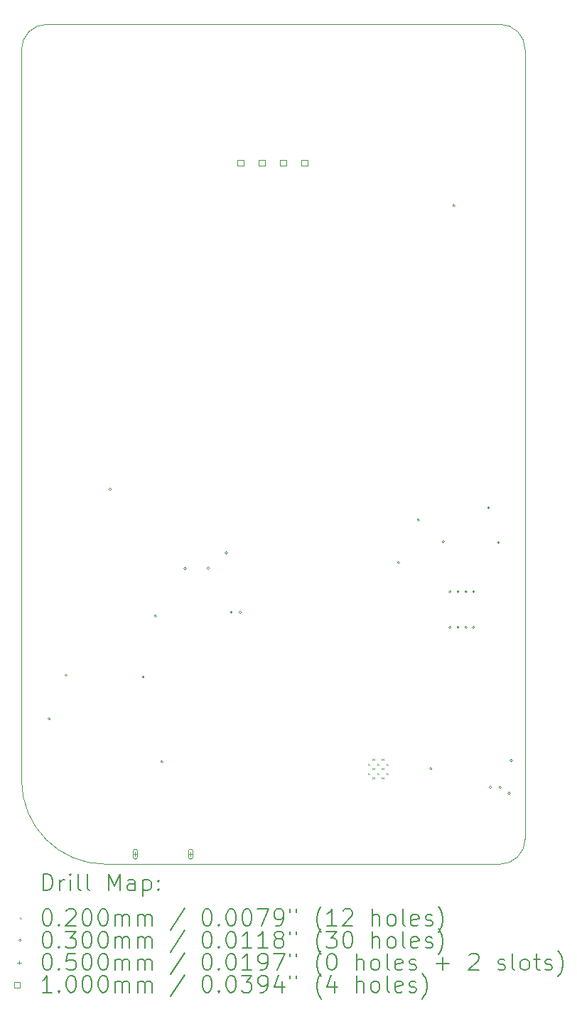
<source format=gbr>
%TF.GenerationSoftware,KiCad,Pcbnew,8.0.3-8.0.3-0~ubuntu22.04.1*%
%TF.CreationDate,2024-07-31T00:50:21+02:00*%
%TF.ProjectId,defcon32_badge,64656663-6f6e-4333-925f-62616467652e,rev?*%
%TF.SameCoordinates,Original*%
%TF.FileFunction,Drillmap*%
%TF.FilePolarity,Positive*%
%FSLAX45Y45*%
G04 Gerber Fmt 4.5, Leading zero omitted, Abs format (unit mm)*
G04 Created by KiCad (PCBNEW 8.0.3-8.0.3-0~ubuntu22.04.1) date 2024-07-31 00:50:21*
%MOMM*%
%LPD*%
G01*
G04 APERTURE LIST*
%ADD10C,0.050000*%
%ADD11C,0.200000*%
%ADD12C,0.100000*%
G04 APERTURE END LIST*
D10*
X11000000Y-16000000D02*
X15700000Y-16000000D01*
X16000000Y-6300000D02*
X16000000Y-15700000D01*
X10300000Y-6000000D02*
X15700000Y-6000000D01*
X10000000Y-6300000D02*
G75*
G02*
X10300000Y-6000000I300000J0D01*
G01*
X10000000Y-6300000D02*
X10000000Y-15000000D01*
X16000000Y-15700000D02*
G75*
G02*
X15700000Y-16000000I-300000J0D01*
G01*
X11000000Y-16000000D02*
G75*
G02*
X10000000Y-15000000I0J1000000D01*
G01*
X15700000Y-6000000D02*
G75*
G02*
X16000000Y-6300000I0J-300000D01*
G01*
D11*
D12*
X14129000Y-14800000D02*
X14149000Y-14820000D01*
X14149000Y-14800000D02*
X14129000Y-14820000D01*
X14129000Y-14910000D02*
X14149000Y-14930000D01*
X14149000Y-14910000D02*
X14129000Y-14930000D01*
X14184000Y-14745000D02*
X14204000Y-14765000D01*
X14204000Y-14745000D02*
X14184000Y-14765000D01*
X14184000Y-14855000D02*
X14204000Y-14875000D01*
X14204000Y-14855000D02*
X14184000Y-14875000D01*
X14184000Y-14965000D02*
X14204000Y-14985000D01*
X14204000Y-14965000D02*
X14184000Y-14985000D01*
X14239000Y-14800000D02*
X14259000Y-14820000D01*
X14259000Y-14800000D02*
X14239000Y-14820000D01*
X14239000Y-14910000D02*
X14259000Y-14930000D01*
X14259000Y-14910000D02*
X14239000Y-14930000D01*
X14294000Y-14745000D02*
X14314000Y-14765000D01*
X14314000Y-14745000D02*
X14294000Y-14765000D01*
X14294000Y-14855000D02*
X14314000Y-14875000D01*
X14314000Y-14855000D02*
X14294000Y-14875000D01*
X14294000Y-14965000D02*
X14314000Y-14985000D01*
X14314000Y-14965000D02*
X14294000Y-14985000D01*
X14349000Y-14800000D02*
X14369000Y-14820000D01*
X14369000Y-14800000D02*
X14349000Y-14820000D01*
X14349000Y-14910000D02*
X14369000Y-14930000D01*
X14369000Y-14910000D02*
X14349000Y-14930000D01*
X10345000Y-14270000D02*
G75*
G02*
X10315000Y-14270000I-15000J0D01*
G01*
X10315000Y-14270000D02*
G75*
G02*
X10345000Y-14270000I15000J0D01*
G01*
X10545000Y-13750000D02*
G75*
G02*
X10515000Y-13750000I-15000J0D01*
G01*
X10515000Y-13750000D02*
G75*
G02*
X10545000Y-13750000I15000J0D01*
G01*
X11070000Y-11535000D02*
G75*
G02*
X11040000Y-11535000I-15000J0D01*
G01*
X11040000Y-11535000D02*
G75*
G02*
X11070000Y-11535000I15000J0D01*
G01*
X11465000Y-13770000D02*
G75*
G02*
X11435000Y-13770000I-15000J0D01*
G01*
X11435000Y-13770000D02*
G75*
G02*
X11465000Y-13770000I15000J0D01*
G01*
X11610000Y-13045000D02*
G75*
G02*
X11580000Y-13045000I-15000J0D01*
G01*
X11580000Y-13045000D02*
G75*
G02*
X11610000Y-13045000I15000J0D01*
G01*
X11685000Y-14780000D02*
G75*
G02*
X11655000Y-14780000I-15000J0D01*
G01*
X11655000Y-14780000D02*
G75*
G02*
X11685000Y-14780000I15000J0D01*
G01*
X11965000Y-12480000D02*
G75*
G02*
X11935000Y-12480000I-15000J0D01*
G01*
X11935000Y-12480000D02*
G75*
G02*
X11965000Y-12480000I15000J0D01*
G01*
X12240000Y-12475000D02*
G75*
G02*
X12210000Y-12475000I-15000J0D01*
G01*
X12210000Y-12475000D02*
G75*
G02*
X12240000Y-12475000I15000J0D01*
G01*
X12455000Y-12295000D02*
G75*
G02*
X12425000Y-12295000I-15000J0D01*
G01*
X12425000Y-12295000D02*
G75*
G02*
X12455000Y-12295000I15000J0D01*
G01*
X12515000Y-13000000D02*
G75*
G02*
X12485000Y-13000000I-15000J0D01*
G01*
X12485000Y-13000000D02*
G75*
G02*
X12515000Y-13000000I15000J0D01*
G01*
X12620000Y-13000000D02*
G75*
G02*
X12590000Y-13000000I-15000J0D01*
G01*
X12590000Y-13000000D02*
G75*
G02*
X12620000Y-13000000I15000J0D01*
G01*
X14505000Y-12410000D02*
G75*
G02*
X14475000Y-12410000I-15000J0D01*
G01*
X14475000Y-12410000D02*
G75*
G02*
X14505000Y-12410000I15000J0D01*
G01*
X14742500Y-11902500D02*
G75*
G02*
X14712500Y-11902500I-15000J0D01*
G01*
X14712500Y-11902500D02*
G75*
G02*
X14742500Y-11902500I15000J0D01*
G01*
X14890000Y-14860000D02*
G75*
G02*
X14860000Y-14860000I-15000J0D01*
G01*
X14860000Y-14860000D02*
G75*
G02*
X14890000Y-14860000I15000J0D01*
G01*
X15040000Y-12160000D02*
G75*
G02*
X15010000Y-12160000I-15000J0D01*
G01*
X15010000Y-12160000D02*
G75*
G02*
X15040000Y-12160000I15000J0D01*
G01*
X15120000Y-12755000D02*
G75*
G02*
X15090000Y-12755000I-15000J0D01*
G01*
X15090000Y-12755000D02*
G75*
G02*
X15120000Y-12755000I15000J0D01*
G01*
X15120000Y-13180000D02*
G75*
G02*
X15090000Y-13180000I-15000J0D01*
G01*
X15090000Y-13180000D02*
G75*
G02*
X15120000Y-13180000I15000J0D01*
G01*
X15165000Y-8160000D02*
G75*
G02*
X15135000Y-8160000I-15000J0D01*
G01*
X15135000Y-8160000D02*
G75*
G02*
X15165000Y-8160000I15000J0D01*
G01*
X15215000Y-12755000D02*
G75*
G02*
X15185000Y-12755000I-15000J0D01*
G01*
X15185000Y-12755000D02*
G75*
G02*
X15215000Y-12755000I15000J0D01*
G01*
X15215000Y-13180000D02*
G75*
G02*
X15185000Y-13180000I-15000J0D01*
G01*
X15185000Y-13180000D02*
G75*
G02*
X15215000Y-13180000I15000J0D01*
G01*
X15310000Y-12755000D02*
G75*
G02*
X15280000Y-12755000I-15000J0D01*
G01*
X15280000Y-12755000D02*
G75*
G02*
X15310000Y-12755000I15000J0D01*
G01*
X15310000Y-13180000D02*
G75*
G02*
X15280000Y-13180000I-15000J0D01*
G01*
X15280000Y-13180000D02*
G75*
G02*
X15310000Y-13180000I15000J0D01*
G01*
X15400000Y-12755000D02*
G75*
G02*
X15370000Y-12755000I-15000J0D01*
G01*
X15370000Y-12755000D02*
G75*
G02*
X15400000Y-12755000I15000J0D01*
G01*
X15400000Y-13180000D02*
G75*
G02*
X15370000Y-13180000I-15000J0D01*
G01*
X15370000Y-13180000D02*
G75*
G02*
X15400000Y-13180000I15000J0D01*
G01*
X15580000Y-11755000D02*
G75*
G02*
X15550000Y-11755000I-15000J0D01*
G01*
X15550000Y-11755000D02*
G75*
G02*
X15580000Y-11755000I15000J0D01*
G01*
X15600000Y-15085000D02*
G75*
G02*
X15570000Y-15085000I-15000J0D01*
G01*
X15570000Y-15085000D02*
G75*
G02*
X15600000Y-15085000I15000J0D01*
G01*
X15697500Y-12170000D02*
G75*
G02*
X15667500Y-12170000I-15000J0D01*
G01*
X15667500Y-12170000D02*
G75*
G02*
X15697500Y-12170000I15000J0D01*
G01*
X15715000Y-15085000D02*
G75*
G02*
X15685000Y-15085000I-15000J0D01*
G01*
X15685000Y-15085000D02*
G75*
G02*
X15715000Y-15085000I15000J0D01*
G01*
X15825000Y-15155000D02*
G75*
G02*
X15795000Y-15155000I-15000J0D01*
G01*
X15795000Y-15155000D02*
G75*
G02*
X15825000Y-15155000I15000J0D01*
G01*
X15850000Y-14765000D02*
G75*
G02*
X15820000Y-14765000I-15000J0D01*
G01*
X15820000Y-14765000D02*
G75*
G02*
X15850000Y-14765000I15000J0D01*
G01*
X11355000Y-15855000D02*
X11355000Y-15905000D01*
X11330000Y-15880000D02*
X11380000Y-15880000D01*
X11380000Y-15915000D02*
X11380000Y-15845000D01*
X11330000Y-15845000D02*
G75*
G02*
X11380000Y-15845000I25000J0D01*
G01*
X11330000Y-15845000D02*
X11330000Y-15915000D01*
X11330000Y-15915000D02*
G75*
G03*
X11380000Y-15915000I25000J0D01*
G01*
X12015000Y-15855000D02*
X12015000Y-15905000D01*
X11990000Y-15880000D02*
X12040000Y-15880000D01*
X12040000Y-15915000D02*
X12040000Y-15845000D01*
X11990000Y-15845000D02*
G75*
G02*
X12040000Y-15845000I25000J0D01*
G01*
X11990000Y-15845000D02*
X11990000Y-15915000D01*
X11990000Y-15915000D02*
G75*
G03*
X12040000Y-15915000I25000J0D01*
G01*
X12645356Y-7682856D02*
X12645356Y-7612144D01*
X12574644Y-7612144D01*
X12574644Y-7682856D01*
X12645356Y-7682856D01*
X12899356Y-7682856D02*
X12899356Y-7612144D01*
X12828644Y-7612144D01*
X12828644Y-7682856D01*
X12899356Y-7682856D01*
X13153356Y-7682856D02*
X13153356Y-7612144D01*
X13082644Y-7612144D01*
X13082644Y-7682856D01*
X13153356Y-7682856D01*
X13407356Y-7682856D02*
X13407356Y-7612144D01*
X13336644Y-7612144D01*
X13336644Y-7682856D01*
X13407356Y-7682856D01*
D11*
X10258277Y-16313984D02*
X10258277Y-16113984D01*
X10258277Y-16113984D02*
X10305896Y-16113984D01*
X10305896Y-16113984D02*
X10334467Y-16123508D01*
X10334467Y-16123508D02*
X10353515Y-16142555D01*
X10353515Y-16142555D02*
X10363039Y-16161603D01*
X10363039Y-16161603D02*
X10372563Y-16199698D01*
X10372563Y-16199698D02*
X10372563Y-16228269D01*
X10372563Y-16228269D02*
X10363039Y-16266365D01*
X10363039Y-16266365D02*
X10353515Y-16285412D01*
X10353515Y-16285412D02*
X10334467Y-16304460D01*
X10334467Y-16304460D02*
X10305896Y-16313984D01*
X10305896Y-16313984D02*
X10258277Y-16313984D01*
X10458277Y-16313984D02*
X10458277Y-16180650D01*
X10458277Y-16218746D02*
X10467801Y-16199698D01*
X10467801Y-16199698D02*
X10477324Y-16190174D01*
X10477324Y-16190174D02*
X10496372Y-16180650D01*
X10496372Y-16180650D02*
X10515420Y-16180650D01*
X10582086Y-16313984D02*
X10582086Y-16180650D01*
X10582086Y-16113984D02*
X10572563Y-16123508D01*
X10572563Y-16123508D02*
X10582086Y-16133031D01*
X10582086Y-16133031D02*
X10591610Y-16123508D01*
X10591610Y-16123508D02*
X10582086Y-16113984D01*
X10582086Y-16113984D02*
X10582086Y-16133031D01*
X10705896Y-16313984D02*
X10686848Y-16304460D01*
X10686848Y-16304460D02*
X10677324Y-16285412D01*
X10677324Y-16285412D02*
X10677324Y-16113984D01*
X10810658Y-16313984D02*
X10791610Y-16304460D01*
X10791610Y-16304460D02*
X10782086Y-16285412D01*
X10782086Y-16285412D02*
X10782086Y-16113984D01*
X11039229Y-16313984D02*
X11039229Y-16113984D01*
X11039229Y-16113984D02*
X11105896Y-16256841D01*
X11105896Y-16256841D02*
X11172563Y-16113984D01*
X11172563Y-16113984D02*
X11172563Y-16313984D01*
X11353515Y-16313984D02*
X11353515Y-16209222D01*
X11353515Y-16209222D02*
X11343991Y-16190174D01*
X11343991Y-16190174D02*
X11324943Y-16180650D01*
X11324943Y-16180650D02*
X11286848Y-16180650D01*
X11286848Y-16180650D02*
X11267801Y-16190174D01*
X11353515Y-16304460D02*
X11334467Y-16313984D01*
X11334467Y-16313984D02*
X11286848Y-16313984D01*
X11286848Y-16313984D02*
X11267801Y-16304460D01*
X11267801Y-16304460D02*
X11258277Y-16285412D01*
X11258277Y-16285412D02*
X11258277Y-16266365D01*
X11258277Y-16266365D02*
X11267801Y-16247317D01*
X11267801Y-16247317D02*
X11286848Y-16237793D01*
X11286848Y-16237793D02*
X11334467Y-16237793D01*
X11334467Y-16237793D02*
X11353515Y-16228269D01*
X11448753Y-16180650D02*
X11448753Y-16380650D01*
X11448753Y-16190174D02*
X11467801Y-16180650D01*
X11467801Y-16180650D02*
X11505896Y-16180650D01*
X11505896Y-16180650D02*
X11524943Y-16190174D01*
X11524943Y-16190174D02*
X11534467Y-16199698D01*
X11534467Y-16199698D02*
X11543991Y-16218746D01*
X11543991Y-16218746D02*
X11543991Y-16275888D01*
X11543991Y-16275888D02*
X11534467Y-16294936D01*
X11534467Y-16294936D02*
X11524943Y-16304460D01*
X11524943Y-16304460D02*
X11505896Y-16313984D01*
X11505896Y-16313984D02*
X11467801Y-16313984D01*
X11467801Y-16313984D02*
X11448753Y-16304460D01*
X11629705Y-16294936D02*
X11639229Y-16304460D01*
X11639229Y-16304460D02*
X11629705Y-16313984D01*
X11629705Y-16313984D02*
X11620182Y-16304460D01*
X11620182Y-16304460D02*
X11629705Y-16294936D01*
X11629705Y-16294936D02*
X11629705Y-16313984D01*
X11629705Y-16190174D02*
X11639229Y-16199698D01*
X11639229Y-16199698D02*
X11629705Y-16209222D01*
X11629705Y-16209222D02*
X11620182Y-16199698D01*
X11620182Y-16199698D02*
X11629705Y-16190174D01*
X11629705Y-16190174D02*
X11629705Y-16209222D01*
D12*
X9977500Y-16632500D02*
X9997500Y-16652500D01*
X9997500Y-16632500D02*
X9977500Y-16652500D01*
D11*
X10296372Y-16533984D02*
X10315420Y-16533984D01*
X10315420Y-16533984D02*
X10334467Y-16543508D01*
X10334467Y-16543508D02*
X10343991Y-16553031D01*
X10343991Y-16553031D02*
X10353515Y-16572079D01*
X10353515Y-16572079D02*
X10363039Y-16610174D01*
X10363039Y-16610174D02*
X10363039Y-16657793D01*
X10363039Y-16657793D02*
X10353515Y-16695888D01*
X10353515Y-16695888D02*
X10343991Y-16714936D01*
X10343991Y-16714936D02*
X10334467Y-16724460D01*
X10334467Y-16724460D02*
X10315420Y-16733984D01*
X10315420Y-16733984D02*
X10296372Y-16733984D01*
X10296372Y-16733984D02*
X10277324Y-16724460D01*
X10277324Y-16724460D02*
X10267801Y-16714936D01*
X10267801Y-16714936D02*
X10258277Y-16695888D01*
X10258277Y-16695888D02*
X10248753Y-16657793D01*
X10248753Y-16657793D02*
X10248753Y-16610174D01*
X10248753Y-16610174D02*
X10258277Y-16572079D01*
X10258277Y-16572079D02*
X10267801Y-16553031D01*
X10267801Y-16553031D02*
X10277324Y-16543508D01*
X10277324Y-16543508D02*
X10296372Y-16533984D01*
X10448753Y-16714936D02*
X10458277Y-16724460D01*
X10458277Y-16724460D02*
X10448753Y-16733984D01*
X10448753Y-16733984D02*
X10439229Y-16724460D01*
X10439229Y-16724460D02*
X10448753Y-16714936D01*
X10448753Y-16714936D02*
X10448753Y-16733984D01*
X10534467Y-16553031D02*
X10543991Y-16543508D01*
X10543991Y-16543508D02*
X10563039Y-16533984D01*
X10563039Y-16533984D02*
X10610658Y-16533984D01*
X10610658Y-16533984D02*
X10629705Y-16543508D01*
X10629705Y-16543508D02*
X10639229Y-16553031D01*
X10639229Y-16553031D02*
X10648753Y-16572079D01*
X10648753Y-16572079D02*
X10648753Y-16591127D01*
X10648753Y-16591127D02*
X10639229Y-16619698D01*
X10639229Y-16619698D02*
X10524944Y-16733984D01*
X10524944Y-16733984D02*
X10648753Y-16733984D01*
X10772563Y-16533984D02*
X10791610Y-16533984D01*
X10791610Y-16533984D02*
X10810658Y-16543508D01*
X10810658Y-16543508D02*
X10820182Y-16553031D01*
X10820182Y-16553031D02*
X10829705Y-16572079D01*
X10829705Y-16572079D02*
X10839229Y-16610174D01*
X10839229Y-16610174D02*
X10839229Y-16657793D01*
X10839229Y-16657793D02*
X10829705Y-16695888D01*
X10829705Y-16695888D02*
X10820182Y-16714936D01*
X10820182Y-16714936D02*
X10810658Y-16724460D01*
X10810658Y-16724460D02*
X10791610Y-16733984D01*
X10791610Y-16733984D02*
X10772563Y-16733984D01*
X10772563Y-16733984D02*
X10753515Y-16724460D01*
X10753515Y-16724460D02*
X10743991Y-16714936D01*
X10743991Y-16714936D02*
X10734467Y-16695888D01*
X10734467Y-16695888D02*
X10724944Y-16657793D01*
X10724944Y-16657793D02*
X10724944Y-16610174D01*
X10724944Y-16610174D02*
X10734467Y-16572079D01*
X10734467Y-16572079D02*
X10743991Y-16553031D01*
X10743991Y-16553031D02*
X10753515Y-16543508D01*
X10753515Y-16543508D02*
X10772563Y-16533984D01*
X10963039Y-16533984D02*
X10982086Y-16533984D01*
X10982086Y-16533984D02*
X11001134Y-16543508D01*
X11001134Y-16543508D02*
X11010658Y-16553031D01*
X11010658Y-16553031D02*
X11020182Y-16572079D01*
X11020182Y-16572079D02*
X11029705Y-16610174D01*
X11029705Y-16610174D02*
X11029705Y-16657793D01*
X11029705Y-16657793D02*
X11020182Y-16695888D01*
X11020182Y-16695888D02*
X11010658Y-16714936D01*
X11010658Y-16714936D02*
X11001134Y-16724460D01*
X11001134Y-16724460D02*
X10982086Y-16733984D01*
X10982086Y-16733984D02*
X10963039Y-16733984D01*
X10963039Y-16733984D02*
X10943991Y-16724460D01*
X10943991Y-16724460D02*
X10934467Y-16714936D01*
X10934467Y-16714936D02*
X10924944Y-16695888D01*
X10924944Y-16695888D02*
X10915420Y-16657793D01*
X10915420Y-16657793D02*
X10915420Y-16610174D01*
X10915420Y-16610174D02*
X10924944Y-16572079D01*
X10924944Y-16572079D02*
X10934467Y-16553031D01*
X10934467Y-16553031D02*
X10943991Y-16543508D01*
X10943991Y-16543508D02*
X10963039Y-16533984D01*
X11115420Y-16733984D02*
X11115420Y-16600650D01*
X11115420Y-16619698D02*
X11124944Y-16610174D01*
X11124944Y-16610174D02*
X11143991Y-16600650D01*
X11143991Y-16600650D02*
X11172563Y-16600650D01*
X11172563Y-16600650D02*
X11191610Y-16610174D01*
X11191610Y-16610174D02*
X11201134Y-16629222D01*
X11201134Y-16629222D02*
X11201134Y-16733984D01*
X11201134Y-16629222D02*
X11210658Y-16610174D01*
X11210658Y-16610174D02*
X11229705Y-16600650D01*
X11229705Y-16600650D02*
X11258277Y-16600650D01*
X11258277Y-16600650D02*
X11277324Y-16610174D01*
X11277324Y-16610174D02*
X11286848Y-16629222D01*
X11286848Y-16629222D02*
X11286848Y-16733984D01*
X11382086Y-16733984D02*
X11382086Y-16600650D01*
X11382086Y-16619698D02*
X11391610Y-16610174D01*
X11391610Y-16610174D02*
X11410658Y-16600650D01*
X11410658Y-16600650D02*
X11439229Y-16600650D01*
X11439229Y-16600650D02*
X11458277Y-16610174D01*
X11458277Y-16610174D02*
X11467801Y-16629222D01*
X11467801Y-16629222D02*
X11467801Y-16733984D01*
X11467801Y-16629222D02*
X11477324Y-16610174D01*
X11477324Y-16610174D02*
X11496372Y-16600650D01*
X11496372Y-16600650D02*
X11524943Y-16600650D01*
X11524943Y-16600650D02*
X11543991Y-16610174D01*
X11543991Y-16610174D02*
X11553515Y-16629222D01*
X11553515Y-16629222D02*
X11553515Y-16733984D01*
X11943991Y-16524460D02*
X11772563Y-16781603D01*
X12201134Y-16533984D02*
X12220182Y-16533984D01*
X12220182Y-16533984D02*
X12239229Y-16543508D01*
X12239229Y-16543508D02*
X12248753Y-16553031D01*
X12248753Y-16553031D02*
X12258277Y-16572079D01*
X12258277Y-16572079D02*
X12267801Y-16610174D01*
X12267801Y-16610174D02*
X12267801Y-16657793D01*
X12267801Y-16657793D02*
X12258277Y-16695888D01*
X12258277Y-16695888D02*
X12248753Y-16714936D01*
X12248753Y-16714936D02*
X12239229Y-16724460D01*
X12239229Y-16724460D02*
X12220182Y-16733984D01*
X12220182Y-16733984D02*
X12201134Y-16733984D01*
X12201134Y-16733984D02*
X12182086Y-16724460D01*
X12182086Y-16724460D02*
X12172563Y-16714936D01*
X12172563Y-16714936D02*
X12163039Y-16695888D01*
X12163039Y-16695888D02*
X12153515Y-16657793D01*
X12153515Y-16657793D02*
X12153515Y-16610174D01*
X12153515Y-16610174D02*
X12163039Y-16572079D01*
X12163039Y-16572079D02*
X12172563Y-16553031D01*
X12172563Y-16553031D02*
X12182086Y-16543508D01*
X12182086Y-16543508D02*
X12201134Y-16533984D01*
X12353515Y-16714936D02*
X12363039Y-16724460D01*
X12363039Y-16724460D02*
X12353515Y-16733984D01*
X12353515Y-16733984D02*
X12343991Y-16724460D01*
X12343991Y-16724460D02*
X12353515Y-16714936D01*
X12353515Y-16714936D02*
X12353515Y-16733984D01*
X12486848Y-16533984D02*
X12505896Y-16533984D01*
X12505896Y-16533984D02*
X12524944Y-16543508D01*
X12524944Y-16543508D02*
X12534467Y-16553031D01*
X12534467Y-16553031D02*
X12543991Y-16572079D01*
X12543991Y-16572079D02*
X12553515Y-16610174D01*
X12553515Y-16610174D02*
X12553515Y-16657793D01*
X12553515Y-16657793D02*
X12543991Y-16695888D01*
X12543991Y-16695888D02*
X12534467Y-16714936D01*
X12534467Y-16714936D02*
X12524944Y-16724460D01*
X12524944Y-16724460D02*
X12505896Y-16733984D01*
X12505896Y-16733984D02*
X12486848Y-16733984D01*
X12486848Y-16733984D02*
X12467801Y-16724460D01*
X12467801Y-16724460D02*
X12458277Y-16714936D01*
X12458277Y-16714936D02*
X12448753Y-16695888D01*
X12448753Y-16695888D02*
X12439229Y-16657793D01*
X12439229Y-16657793D02*
X12439229Y-16610174D01*
X12439229Y-16610174D02*
X12448753Y-16572079D01*
X12448753Y-16572079D02*
X12458277Y-16553031D01*
X12458277Y-16553031D02*
X12467801Y-16543508D01*
X12467801Y-16543508D02*
X12486848Y-16533984D01*
X12677325Y-16533984D02*
X12696372Y-16533984D01*
X12696372Y-16533984D02*
X12715420Y-16543508D01*
X12715420Y-16543508D02*
X12724944Y-16553031D01*
X12724944Y-16553031D02*
X12734467Y-16572079D01*
X12734467Y-16572079D02*
X12743991Y-16610174D01*
X12743991Y-16610174D02*
X12743991Y-16657793D01*
X12743991Y-16657793D02*
X12734467Y-16695888D01*
X12734467Y-16695888D02*
X12724944Y-16714936D01*
X12724944Y-16714936D02*
X12715420Y-16724460D01*
X12715420Y-16724460D02*
X12696372Y-16733984D01*
X12696372Y-16733984D02*
X12677325Y-16733984D01*
X12677325Y-16733984D02*
X12658277Y-16724460D01*
X12658277Y-16724460D02*
X12648753Y-16714936D01*
X12648753Y-16714936D02*
X12639229Y-16695888D01*
X12639229Y-16695888D02*
X12629706Y-16657793D01*
X12629706Y-16657793D02*
X12629706Y-16610174D01*
X12629706Y-16610174D02*
X12639229Y-16572079D01*
X12639229Y-16572079D02*
X12648753Y-16553031D01*
X12648753Y-16553031D02*
X12658277Y-16543508D01*
X12658277Y-16543508D02*
X12677325Y-16533984D01*
X12810658Y-16533984D02*
X12943991Y-16533984D01*
X12943991Y-16533984D02*
X12858277Y-16733984D01*
X13029706Y-16733984D02*
X13067801Y-16733984D01*
X13067801Y-16733984D02*
X13086848Y-16724460D01*
X13086848Y-16724460D02*
X13096372Y-16714936D01*
X13096372Y-16714936D02*
X13115420Y-16686365D01*
X13115420Y-16686365D02*
X13124944Y-16648269D01*
X13124944Y-16648269D02*
X13124944Y-16572079D01*
X13124944Y-16572079D02*
X13115420Y-16553031D01*
X13115420Y-16553031D02*
X13105896Y-16543508D01*
X13105896Y-16543508D02*
X13086848Y-16533984D01*
X13086848Y-16533984D02*
X13048753Y-16533984D01*
X13048753Y-16533984D02*
X13029706Y-16543508D01*
X13029706Y-16543508D02*
X13020182Y-16553031D01*
X13020182Y-16553031D02*
X13010658Y-16572079D01*
X13010658Y-16572079D02*
X13010658Y-16619698D01*
X13010658Y-16619698D02*
X13020182Y-16638746D01*
X13020182Y-16638746D02*
X13029706Y-16648269D01*
X13029706Y-16648269D02*
X13048753Y-16657793D01*
X13048753Y-16657793D02*
X13086848Y-16657793D01*
X13086848Y-16657793D02*
X13105896Y-16648269D01*
X13105896Y-16648269D02*
X13115420Y-16638746D01*
X13115420Y-16638746D02*
X13124944Y-16619698D01*
X13201134Y-16533984D02*
X13201134Y-16572079D01*
X13277325Y-16533984D02*
X13277325Y-16572079D01*
X13572563Y-16810174D02*
X13563039Y-16800650D01*
X13563039Y-16800650D02*
X13543991Y-16772079D01*
X13543991Y-16772079D02*
X13534468Y-16753031D01*
X13534468Y-16753031D02*
X13524944Y-16724460D01*
X13524944Y-16724460D02*
X13515420Y-16676841D01*
X13515420Y-16676841D02*
X13515420Y-16638746D01*
X13515420Y-16638746D02*
X13524944Y-16591127D01*
X13524944Y-16591127D02*
X13534468Y-16562555D01*
X13534468Y-16562555D02*
X13543991Y-16543508D01*
X13543991Y-16543508D02*
X13563039Y-16514936D01*
X13563039Y-16514936D02*
X13572563Y-16505412D01*
X13753515Y-16733984D02*
X13639229Y-16733984D01*
X13696372Y-16733984D02*
X13696372Y-16533984D01*
X13696372Y-16533984D02*
X13677325Y-16562555D01*
X13677325Y-16562555D02*
X13658277Y-16581603D01*
X13658277Y-16581603D02*
X13639229Y-16591127D01*
X13829706Y-16553031D02*
X13839229Y-16543508D01*
X13839229Y-16543508D02*
X13858277Y-16533984D01*
X13858277Y-16533984D02*
X13905896Y-16533984D01*
X13905896Y-16533984D02*
X13924944Y-16543508D01*
X13924944Y-16543508D02*
X13934468Y-16553031D01*
X13934468Y-16553031D02*
X13943991Y-16572079D01*
X13943991Y-16572079D02*
X13943991Y-16591127D01*
X13943991Y-16591127D02*
X13934468Y-16619698D01*
X13934468Y-16619698D02*
X13820182Y-16733984D01*
X13820182Y-16733984D02*
X13943991Y-16733984D01*
X14182087Y-16733984D02*
X14182087Y-16533984D01*
X14267801Y-16733984D02*
X14267801Y-16629222D01*
X14267801Y-16629222D02*
X14258277Y-16610174D01*
X14258277Y-16610174D02*
X14239230Y-16600650D01*
X14239230Y-16600650D02*
X14210658Y-16600650D01*
X14210658Y-16600650D02*
X14191610Y-16610174D01*
X14191610Y-16610174D02*
X14182087Y-16619698D01*
X14391610Y-16733984D02*
X14372563Y-16724460D01*
X14372563Y-16724460D02*
X14363039Y-16714936D01*
X14363039Y-16714936D02*
X14353515Y-16695888D01*
X14353515Y-16695888D02*
X14353515Y-16638746D01*
X14353515Y-16638746D02*
X14363039Y-16619698D01*
X14363039Y-16619698D02*
X14372563Y-16610174D01*
X14372563Y-16610174D02*
X14391610Y-16600650D01*
X14391610Y-16600650D02*
X14420182Y-16600650D01*
X14420182Y-16600650D02*
X14439230Y-16610174D01*
X14439230Y-16610174D02*
X14448753Y-16619698D01*
X14448753Y-16619698D02*
X14458277Y-16638746D01*
X14458277Y-16638746D02*
X14458277Y-16695888D01*
X14458277Y-16695888D02*
X14448753Y-16714936D01*
X14448753Y-16714936D02*
X14439230Y-16724460D01*
X14439230Y-16724460D02*
X14420182Y-16733984D01*
X14420182Y-16733984D02*
X14391610Y-16733984D01*
X14572563Y-16733984D02*
X14553515Y-16724460D01*
X14553515Y-16724460D02*
X14543991Y-16705412D01*
X14543991Y-16705412D02*
X14543991Y-16533984D01*
X14724944Y-16724460D02*
X14705896Y-16733984D01*
X14705896Y-16733984D02*
X14667801Y-16733984D01*
X14667801Y-16733984D02*
X14648753Y-16724460D01*
X14648753Y-16724460D02*
X14639230Y-16705412D01*
X14639230Y-16705412D02*
X14639230Y-16629222D01*
X14639230Y-16629222D02*
X14648753Y-16610174D01*
X14648753Y-16610174D02*
X14667801Y-16600650D01*
X14667801Y-16600650D02*
X14705896Y-16600650D01*
X14705896Y-16600650D02*
X14724944Y-16610174D01*
X14724944Y-16610174D02*
X14734468Y-16629222D01*
X14734468Y-16629222D02*
X14734468Y-16648269D01*
X14734468Y-16648269D02*
X14639230Y-16667317D01*
X14810658Y-16724460D02*
X14829706Y-16733984D01*
X14829706Y-16733984D02*
X14867801Y-16733984D01*
X14867801Y-16733984D02*
X14886849Y-16724460D01*
X14886849Y-16724460D02*
X14896372Y-16705412D01*
X14896372Y-16705412D02*
X14896372Y-16695888D01*
X14896372Y-16695888D02*
X14886849Y-16676841D01*
X14886849Y-16676841D02*
X14867801Y-16667317D01*
X14867801Y-16667317D02*
X14839230Y-16667317D01*
X14839230Y-16667317D02*
X14820182Y-16657793D01*
X14820182Y-16657793D02*
X14810658Y-16638746D01*
X14810658Y-16638746D02*
X14810658Y-16629222D01*
X14810658Y-16629222D02*
X14820182Y-16610174D01*
X14820182Y-16610174D02*
X14839230Y-16600650D01*
X14839230Y-16600650D02*
X14867801Y-16600650D01*
X14867801Y-16600650D02*
X14886849Y-16610174D01*
X14963039Y-16810174D02*
X14972563Y-16800650D01*
X14972563Y-16800650D02*
X14991611Y-16772079D01*
X14991611Y-16772079D02*
X15001134Y-16753031D01*
X15001134Y-16753031D02*
X15010658Y-16724460D01*
X15010658Y-16724460D02*
X15020182Y-16676841D01*
X15020182Y-16676841D02*
X15020182Y-16638746D01*
X15020182Y-16638746D02*
X15010658Y-16591127D01*
X15010658Y-16591127D02*
X15001134Y-16562555D01*
X15001134Y-16562555D02*
X14991611Y-16543508D01*
X14991611Y-16543508D02*
X14972563Y-16514936D01*
X14972563Y-16514936D02*
X14963039Y-16505412D01*
D12*
X9997500Y-16906500D02*
G75*
G02*
X9967500Y-16906500I-15000J0D01*
G01*
X9967500Y-16906500D02*
G75*
G02*
X9997500Y-16906500I15000J0D01*
G01*
D11*
X10296372Y-16797984D02*
X10315420Y-16797984D01*
X10315420Y-16797984D02*
X10334467Y-16807508D01*
X10334467Y-16807508D02*
X10343991Y-16817031D01*
X10343991Y-16817031D02*
X10353515Y-16836079D01*
X10353515Y-16836079D02*
X10363039Y-16874174D01*
X10363039Y-16874174D02*
X10363039Y-16921793D01*
X10363039Y-16921793D02*
X10353515Y-16959889D01*
X10353515Y-16959889D02*
X10343991Y-16978936D01*
X10343991Y-16978936D02*
X10334467Y-16988460D01*
X10334467Y-16988460D02*
X10315420Y-16997984D01*
X10315420Y-16997984D02*
X10296372Y-16997984D01*
X10296372Y-16997984D02*
X10277324Y-16988460D01*
X10277324Y-16988460D02*
X10267801Y-16978936D01*
X10267801Y-16978936D02*
X10258277Y-16959889D01*
X10258277Y-16959889D02*
X10248753Y-16921793D01*
X10248753Y-16921793D02*
X10248753Y-16874174D01*
X10248753Y-16874174D02*
X10258277Y-16836079D01*
X10258277Y-16836079D02*
X10267801Y-16817031D01*
X10267801Y-16817031D02*
X10277324Y-16807508D01*
X10277324Y-16807508D02*
X10296372Y-16797984D01*
X10448753Y-16978936D02*
X10458277Y-16988460D01*
X10458277Y-16988460D02*
X10448753Y-16997984D01*
X10448753Y-16997984D02*
X10439229Y-16988460D01*
X10439229Y-16988460D02*
X10448753Y-16978936D01*
X10448753Y-16978936D02*
X10448753Y-16997984D01*
X10524944Y-16797984D02*
X10648753Y-16797984D01*
X10648753Y-16797984D02*
X10582086Y-16874174D01*
X10582086Y-16874174D02*
X10610658Y-16874174D01*
X10610658Y-16874174D02*
X10629705Y-16883698D01*
X10629705Y-16883698D02*
X10639229Y-16893222D01*
X10639229Y-16893222D02*
X10648753Y-16912270D01*
X10648753Y-16912270D02*
X10648753Y-16959889D01*
X10648753Y-16959889D02*
X10639229Y-16978936D01*
X10639229Y-16978936D02*
X10629705Y-16988460D01*
X10629705Y-16988460D02*
X10610658Y-16997984D01*
X10610658Y-16997984D02*
X10553515Y-16997984D01*
X10553515Y-16997984D02*
X10534467Y-16988460D01*
X10534467Y-16988460D02*
X10524944Y-16978936D01*
X10772563Y-16797984D02*
X10791610Y-16797984D01*
X10791610Y-16797984D02*
X10810658Y-16807508D01*
X10810658Y-16807508D02*
X10820182Y-16817031D01*
X10820182Y-16817031D02*
X10829705Y-16836079D01*
X10829705Y-16836079D02*
X10839229Y-16874174D01*
X10839229Y-16874174D02*
X10839229Y-16921793D01*
X10839229Y-16921793D02*
X10829705Y-16959889D01*
X10829705Y-16959889D02*
X10820182Y-16978936D01*
X10820182Y-16978936D02*
X10810658Y-16988460D01*
X10810658Y-16988460D02*
X10791610Y-16997984D01*
X10791610Y-16997984D02*
X10772563Y-16997984D01*
X10772563Y-16997984D02*
X10753515Y-16988460D01*
X10753515Y-16988460D02*
X10743991Y-16978936D01*
X10743991Y-16978936D02*
X10734467Y-16959889D01*
X10734467Y-16959889D02*
X10724944Y-16921793D01*
X10724944Y-16921793D02*
X10724944Y-16874174D01*
X10724944Y-16874174D02*
X10734467Y-16836079D01*
X10734467Y-16836079D02*
X10743991Y-16817031D01*
X10743991Y-16817031D02*
X10753515Y-16807508D01*
X10753515Y-16807508D02*
X10772563Y-16797984D01*
X10963039Y-16797984D02*
X10982086Y-16797984D01*
X10982086Y-16797984D02*
X11001134Y-16807508D01*
X11001134Y-16807508D02*
X11010658Y-16817031D01*
X11010658Y-16817031D02*
X11020182Y-16836079D01*
X11020182Y-16836079D02*
X11029705Y-16874174D01*
X11029705Y-16874174D02*
X11029705Y-16921793D01*
X11029705Y-16921793D02*
X11020182Y-16959889D01*
X11020182Y-16959889D02*
X11010658Y-16978936D01*
X11010658Y-16978936D02*
X11001134Y-16988460D01*
X11001134Y-16988460D02*
X10982086Y-16997984D01*
X10982086Y-16997984D02*
X10963039Y-16997984D01*
X10963039Y-16997984D02*
X10943991Y-16988460D01*
X10943991Y-16988460D02*
X10934467Y-16978936D01*
X10934467Y-16978936D02*
X10924944Y-16959889D01*
X10924944Y-16959889D02*
X10915420Y-16921793D01*
X10915420Y-16921793D02*
X10915420Y-16874174D01*
X10915420Y-16874174D02*
X10924944Y-16836079D01*
X10924944Y-16836079D02*
X10934467Y-16817031D01*
X10934467Y-16817031D02*
X10943991Y-16807508D01*
X10943991Y-16807508D02*
X10963039Y-16797984D01*
X11115420Y-16997984D02*
X11115420Y-16864650D01*
X11115420Y-16883698D02*
X11124944Y-16874174D01*
X11124944Y-16874174D02*
X11143991Y-16864650D01*
X11143991Y-16864650D02*
X11172563Y-16864650D01*
X11172563Y-16864650D02*
X11191610Y-16874174D01*
X11191610Y-16874174D02*
X11201134Y-16893222D01*
X11201134Y-16893222D02*
X11201134Y-16997984D01*
X11201134Y-16893222D02*
X11210658Y-16874174D01*
X11210658Y-16874174D02*
X11229705Y-16864650D01*
X11229705Y-16864650D02*
X11258277Y-16864650D01*
X11258277Y-16864650D02*
X11277324Y-16874174D01*
X11277324Y-16874174D02*
X11286848Y-16893222D01*
X11286848Y-16893222D02*
X11286848Y-16997984D01*
X11382086Y-16997984D02*
X11382086Y-16864650D01*
X11382086Y-16883698D02*
X11391610Y-16874174D01*
X11391610Y-16874174D02*
X11410658Y-16864650D01*
X11410658Y-16864650D02*
X11439229Y-16864650D01*
X11439229Y-16864650D02*
X11458277Y-16874174D01*
X11458277Y-16874174D02*
X11467801Y-16893222D01*
X11467801Y-16893222D02*
X11467801Y-16997984D01*
X11467801Y-16893222D02*
X11477324Y-16874174D01*
X11477324Y-16874174D02*
X11496372Y-16864650D01*
X11496372Y-16864650D02*
X11524943Y-16864650D01*
X11524943Y-16864650D02*
X11543991Y-16874174D01*
X11543991Y-16874174D02*
X11553515Y-16893222D01*
X11553515Y-16893222D02*
X11553515Y-16997984D01*
X11943991Y-16788460D02*
X11772563Y-17045603D01*
X12201134Y-16797984D02*
X12220182Y-16797984D01*
X12220182Y-16797984D02*
X12239229Y-16807508D01*
X12239229Y-16807508D02*
X12248753Y-16817031D01*
X12248753Y-16817031D02*
X12258277Y-16836079D01*
X12258277Y-16836079D02*
X12267801Y-16874174D01*
X12267801Y-16874174D02*
X12267801Y-16921793D01*
X12267801Y-16921793D02*
X12258277Y-16959889D01*
X12258277Y-16959889D02*
X12248753Y-16978936D01*
X12248753Y-16978936D02*
X12239229Y-16988460D01*
X12239229Y-16988460D02*
X12220182Y-16997984D01*
X12220182Y-16997984D02*
X12201134Y-16997984D01*
X12201134Y-16997984D02*
X12182086Y-16988460D01*
X12182086Y-16988460D02*
X12172563Y-16978936D01*
X12172563Y-16978936D02*
X12163039Y-16959889D01*
X12163039Y-16959889D02*
X12153515Y-16921793D01*
X12153515Y-16921793D02*
X12153515Y-16874174D01*
X12153515Y-16874174D02*
X12163039Y-16836079D01*
X12163039Y-16836079D02*
X12172563Y-16817031D01*
X12172563Y-16817031D02*
X12182086Y-16807508D01*
X12182086Y-16807508D02*
X12201134Y-16797984D01*
X12353515Y-16978936D02*
X12363039Y-16988460D01*
X12363039Y-16988460D02*
X12353515Y-16997984D01*
X12353515Y-16997984D02*
X12343991Y-16988460D01*
X12343991Y-16988460D02*
X12353515Y-16978936D01*
X12353515Y-16978936D02*
X12353515Y-16997984D01*
X12486848Y-16797984D02*
X12505896Y-16797984D01*
X12505896Y-16797984D02*
X12524944Y-16807508D01*
X12524944Y-16807508D02*
X12534467Y-16817031D01*
X12534467Y-16817031D02*
X12543991Y-16836079D01*
X12543991Y-16836079D02*
X12553515Y-16874174D01*
X12553515Y-16874174D02*
X12553515Y-16921793D01*
X12553515Y-16921793D02*
X12543991Y-16959889D01*
X12543991Y-16959889D02*
X12534467Y-16978936D01*
X12534467Y-16978936D02*
X12524944Y-16988460D01*
X12524944Y-16988460D02*
X12505896Y-16997984D01*
X12505896Y-16997984D02*
X12486848Y-16997984D01*
X12486848Y-16997984D02*
X12467801Y-16988460D01*
X12467801Y-16988460D02*
X12458277Y-16978936D01*
X12458277Y-16978936D02*
X12448753Y-16959889D01*
X12448753Y-16959889D02*
X12439229Y-16921793D01*
X12439229Y-16921793D02*
X12439229Y-16874174D01*
X12439229Y-16874174D02*
X12448753Y-16836079D01*
X12448753Y-16836079D02*
X12458277Y-16817031D01*
X12458277Y-16817031D02*
X12467801Y-16807508D01*
X12467801Y-16807508D02*
X12486848Y-16797984D01*
X12743991Y-16997984D02*
X12629706Y-16997984D01*
X12686848Y-16997984D02*
X12686848Y-16797984D01*
X12686848Y-16797984D02*
X12667801Y-16826555D01*
X12667801Y-16826555D02*
X12648753Y-16845603D01*
X12648753Y-16845603D02*
X12629706Y-16855127D01*
X12934467Y-16997984D02*
X12820182Y-16997984D01*
X12877325Y-16997984D02*
X12877325Y-16797984D01*
X12877325Y-16797984D02*
X12858277Y-16826555D01*
X12858277Y-16826555D02*
X12839229Y-16845603D01*
X12839229Y-16845603D02*
X12820182Y-16855127D01*
X13048753Y-16883698D02*
X13029706Y-16874174D01*
X13029706Y-16874174D02*
X13020182Y-16864650D01*
X13020182Y-16864650D02*
X13010658Y-16845603D01*
X13010658Y-16845603D02*
X13010658Y-16836079D01*
X13010658Y-16836079D02*
X13020182Y-16817031D01*
X13020182Y-16817031D02*
X13029706Y-16807508D01*
X13029706Y-16807508D02*
X13048753Y-16797984D01*
X13048753Y-16797984D02*
X13086848Y-16797984D01*
X13086848Y-16797984D02*
X13105896Y-16807508D01*
X13105896Y-16807508D02*
X13115420Y-16817031D01*
X13115420Y-16817031D02*
X13124944Y-16836079D01*
X13124944Y-16836079D02*
X13124944Y-16845603D01*
X13124944Y-16845603D02*
X13115420Y-16864650D01*
X13115420Y-16864650D02*
X13105896Y-16874174D01*
X13105896Y-16874174D02*
X13086848Y-16883698D01*
X13086848Y-16883698D02*
X13048753Y-16883698D01*
X13048753Y-16883698D02*
X13029706Y-16893222D01*
X13029706Y-16893222D02*
X13020182Y-16902746D01*
X13020182Y-16902746D02*
X13010658Y-16921793D01*
X13010658Y-16921793D02*
X13010658Y-16959889D01*
X13010658Y-16959889D02*
X13020182Y-16978936D01*
X13020182Y-16978936D02*
X13029706Y-16988460D01*
X13029706Y-16988460D02*
X13048753Y-16997984D01*
X13048753Y-16997984D02*
X13086848Y-16997984D01*
X13086848Y-16997984D02*
X13105896Y-16988460D01*
X13105896Y-16988460D02*
X13115420Y-16978936D01*
X13115420Y-16978936D02*
X13124944Y-16959889D01*
X13124944Y-16959889D02*
X13124944Y-16921793D01*
X13124944Y-16921793D02*
X13115420Y-16902746D01*
X13115420Y-16902746D02*
X13105896Y-16893222D01*
X13105896Y-16893222D02*
X13086848Y-16883698D01*
X13201134Y-16797984D02*
X13201134Y-16836079D01*
X13277325Y-16797984D02*
X13277325Y-16836079D01*
X13572563Y-17074174D02*
X13563039Y-17064650D01*
X13563039Y-17064650D02*
X13543991Y-17036079D01*
X13543991Y-17036079D02*
X13534468Y-17017031D01*
X13534468Y-17017031D02*
X13524944Y-16988460D01*
X13524944Y-16988460D02*
X13515420Y-16940841D01*
X13515420Y-16940841D02*
X13515420Y-16902746D01*
X13515420Y-16902746D02*
X13524944Y-16855127D01*
X13524944Y-16855127D02*
X13534468Y-16826555D01*
X13534468Y-16826555D02*
X13543991Y-16807508D01*
X13543991Y-16807508D02*
X13563039Y-16778936D01*
X13563039Y-16778936D02*
X13572563Y-16769412D01*
X13629706Y-16797984D02*
X13753515Y-16797984D01*
X13753515Y-16797984D02*
X13686848Y-16874174D01*
X13686848Y-16874174D02*
X13715420Y-16874174D01*
X13715420Y-16874174D02*
X13734468Y-16883698D01*
X13734468Y-16883698D02*
X13743991Y-16893222D01*
X13743991Y-16893222D02*
X13753515Y-16912270D01*
X13753515Y-16912270D02*
X13753515Y-16959889D01*
X13753515Y-16959889D02*
X13743991Y-16978936D01*
X13743991Y-16978936D02*
X13734468Y-16988460D01*
X13734468Y-16988460D02*
X13715420Y-16997984D01*
X13715420Y-16997984D02*
X13658277Y-16997984D01*
X13658277Y-16997984D02*
X13639229Y-16988460D01*
X13639229Y-16988460D02*
X13629706Y-16978936D01*
X13877325Y-16797984D02*
X13896372Y-16797984D01*
X13896372Y-16797984D02*
X13915420Y-16807508D01*
X13915420Y-16807508D02*
X13924944Y-16817031D01*
X13924944Y-16817031D02*
X13934468Y-16836079D01*
X13934468Y-16836079D02*
X13943991Y-16874174D01*
X13943991Y-16874174D02*
X13943991Y-16921793D01*
X13943991Y-16921793D02*
X13934468Y-16959889D01*
X13934468Y-16959889D02*
X13924944Y-16978936D01*
X13924944Y-16978936D02*
X13915420Y-16988460D01*
X13915420Y-16988460D02*
X13896372Y-16997984D01*
X13896372Y-16997984D02*
X13877325Y-16997984D01*
X13877325Y-16997984D02*
X13858277Y-16988460D01*
X13858277Y-16988460D02*
X13848753Y-16978936D01*
X13848753Y-16978936D02*
X13839229Y-16959889D01*
X13839229Y-16959889D02*
X13829706Y-16921793D01*
X13829706Y-16921793D02*
X13829706Y-16874174D01*
X13829706Y-16874174D02*
X13839229Y-16836079D01*
X13839229Y-16836079D02*
X13848753Y-16817031D01*
X13848753Y-16817031D02*
X13858277Y-16807508D01*
X13858277Y-16807508D02*
X13877325Y-16797984D01*
X14182087Y-16997984D02*
X14182087Y-16797984D01*
X14267801Y-16997984D02*
X14267801Y-16893222D01*
X14267801Y-16893222D02*
X14258277Y-16874174D01*
X14258277Y-16874174D02*
X14239230Y-16864650D01*
X14239230Y-16864650D02*
X14210658Y-16864650D01*
X14210658Y-16864650D02*
X14191610Y-16874174D01*
X14191610Y-16874174D02*
X14182087Y-16883698D01*
X14391610Y-16997984D02*
X14372563Y-16988460D01*
X14372563Y-16988460D02*
X14363039Y-16978936D01*
X14363039Y-16978936D02*
X14353515Y-16959889D01*
X14353515Y-16959889D02*
X14353515Y-16902746D01*
X14353515Y-16902746D02*
X14363039Y-16883698D01*
X14363039Y-16883698D02*
X14372563Y-16874174D01*
X14372563Y-16874174D02*
X14391610Y-16864650D01*
X14391610Y-16864650D02*
X14420182Y-16864650D01*
X14420182Y-16864650D02*
X14439230Y-16874174D01*
X14439230Y-16874174D02*
X14448753Y-16883698D01*
X14448753Y-16883698D02*
X14458277Y-16902746D01*
X14458277Y-16902746D02*
X14458277Y-16959889D01*
X14458277Y-16959889D02*
X14448753Y-16978936D01*
X14448753Y-16978936D02*
X14439230Y-16988460D01*
X14439230Y-16988460D02*
X14420182Y-16997984D01*
X14420182Y-16997984D02*
X14391610Y-16997984D01*
X14572563Y-16997984D02*
X14553515Y-16988460D01*
X14553515Y-16988460D02*
X14543991Y-16969412D01*
X14543991Y-16969412D02*
X14543991Y-16797984D01*
X14724944Y-16988460D02*
X14705896Y-16997984D01*
X14705896Y-16997984D02*
X14667801Y-16997984D01*
X14667801Y-16997984D02*
X14648753Y-16988460D01*
X14648753Y-16988460D02*
X14639230Y-16969412D01*
X14639230Y-16969412D02*
X14639230Y-16893222D01*
X14639230Y-16893222D02*
X14648753Y-16874174D01*
X14648753Y-16874174D02*
X14667801Y-16864650D01*
X14667801Y-16864650D02*
X14705896Y-16864650D01*
X14705896Y-16864650D02*
X14724944Y-16874174D01*
X14724944Y-16874174D02*
X14734468Y-16893222D01*
X14734468Y-16893222D02*
X14734468Y-16912270D01*
X14734468Y-16912270D02*
X14639230Y-16931317D01*
X14810658Y-16988460D02*
X14829706Y-16997984D01*
X14829706Y-16997984D02*
X14867801Y-16997984D01*
X14867801Y-16997984D02*
X14886849Y-16988460D01*
X14886849Y-16988460D02*
X14896372Y-16969412D01*
X14896372Y-16969412D02*
X14896372Y-16959889D01*
X14896372Y-16959889D02*
X14886849Y-16940841D01*
X14886849Y-16940841D02*
X14867801Y-16931317D01*
X14867801Y-16931317D02*
X14839230Y-16931317D01*
X14839230Y-16931317D02*
X14820182Y-16921793D01*
X14820182Y-16921793D02*
X14810658Y-16902746D01*
X14810658Y-16902746D02*
X14810658Y-16893222D01*
X14810658Y-16893222D02*
X14820182Y-16874174D01*
X14820182Y-16874174D02*
X14839230Y-16864650D01*
X14839230Y-16864650D02*
X14867801Y-16864650D01*
X14867801Y-16864650D02*
X14886849Y-16874174D01*
X14963039Y-17074174D02*
X14972563Y-17064650D01*
X14972563Y-17064650D02*
X14991611Y-17036079D01*
X14991611Y-17036079D02*
X15001134Y-17017031D01*
X15001134Y-17017031D02*
X15010658Y-16988460D01*
X15010658Y-16988460D02*
X15020182Y-16940841D01*
X15020182Y-16940841D02*
X15020182Y-16902746D01*
X15020182Y-16902746D02*
X15010658Y-16855127D01*
X15010658Y-16855127D02*
X15001134Y-16826555D01*
X15001134Y-16826555D02*
X14991611Y-16807508D01*
X14991611Y-16807508D02*
X14972563Y-16778936D01*
X14972563Y-16778936D02*
X14963039Y-16769412D01*
D12*
X9972500Y-17145500D02*
X9972500Y-17195500D01*
X9947500Y-17170500D02*
X9997500Y-17170500D01*
D11*
X10296372Y-17061984D02*
X10315420Y-17061984D01*
X10315420Y-17061984D02*
X10334467Y-17071508D01*
X10334467Y-17071508D02*
X10343991Y-17081031D01*
X10343991Y-17081031D02*
X10353515Y-17100079D01*
X10353515Y-17100079D02*
X10363039Y-17138174D01*
X10363039Y-17138174D02*
X10363039Y-17185793D01*
X10363039Y-17185793D02*
X10353515Y-17223889D01*
X10353515Y-17223889D02*
X10343991Y-17242936D01*
X10343991Y-17242936D02*
X10334467Y-17252460D01*
X10334467Y-17252460D02*
X10315420Y-17261984D01*
X10315420Y-17261984D02*
X10296372Y-17261984D01*
X10296372Y-17261984D02*
X10277324Y-17252460D01*
X10277324Y-17252460D02*
X10267801Y-17242936D01*
X10267801Y-17242936D02*
X10258277Y-17223889D01*
X10258277Y-17223889D02*
X10248753Y-17185793D01*
X10248753Y-17185793D02*
X10248753Y-17138174D01*
X10248753Y-17138174D02*
X10258277Y-17100079D01*
X10258277Y-17100079D02*
X10267801Y-17081031D01*
X10267801Y-17081031D02*
X10277324Y-17071508D01*
X10277324Y-17071508D02*
X10296372Y-17061984D01*
X10448753Y-17242936D02*
X10458277Y-17252460D01*
X10458277Y-17252460D02*
X10448753Y-17261984D01*
X10448753Y-17261984D02*
X10439229Y-17252460D01*
X10439229Y-17252460D02*
X10448753Y-17242936D01*
X10448753Y-17242936D02*
X10448753Y-17261984D01*
X10639229Y-17061984D02*
X10543991Y-17061984D01*
X10543991Y-17061984D02*
X10534467Y-17157222D01*
X10534467Y-17157222D02*
X10543991Y-17147698D01*
X10543991Y-17147698D02*
X10563039Y-17138174D01*
X10563039Y-17138174D02*
X10610658Y-17138174D01*
X10610658Y-17138174D02*
X10629705Y-17147698D01*
X10629705Y-17147698D02*
X10639229Y-17157222D01*
X10639229Y-17157222D02*
X10648753Y-17176270D01*
X10648753Y-17176270D02*
X10648753Y-17223889D01*
X10648753Y-17223889D02*
X10639229Y-17242936D01*
X10639229Y-17242936D02*
X10629705Y-17252460D01*
X10629705Y-17252460D02*
X10610658Y-17261984D01*
X10610658Y-17261984D02*
X10563039Y-17261984D01*
X10563039Y-17261984D02*
X10543991Y-17252460D01*
X10543991Y-17252460D02*
X10534467Y-17242936D01*
X10772563Y-17061984D02*
X10791610Y-17061984D01*
X10791610Y-17061984D02*
X10810658Y-17071508D01*
X10810658Y-17071508D02*
X10820182Y-17081031D01*
X10820182Y-17081031D02*
X10829705Y-17100079D01*
X10829705Y-17100079D02*
X10839229Y-17138174D01*
X10839229Y-17138174D02*
X10839229Y-17185793D01*
X10839229Y-17185793D02*
X10829705Y-17223889D01*
X10829705Y-17223889D02*
X10820182Y-17242936D01*
X10820182Y-17242936D02*
X10810658Y-17252460D01*
X10810658Y-17252460D02*
X10791610Y-17261984D01*
X10791610Y-17261984D02*
X10772563Y-17261984D01*
X10772563Y-17261984D02*
X10753515Y-17252460D01*
X10753515Y-17252460D02*
X10743991Y-17242936D01*
X10743991Y-17242936D02*
X10734467Y-17223889D01*
X10734467Y-17223889D02*
X10724944Y-17185793D01*
X10724944Y-17185793D02*
X10724944Y-17138174D01*
X10724944Y-17138174D02*
X10734467Y-17100079D01*
X10734467Y-17100079D02*
X10743991Y-17081031D01*
X10743991Y-17081031D02*
X10753515Y-17071508D01*
X10753515Y-17071508D02*
X10772563Y-17061984D01*
X10963039Y-17061984D02*
X10982086Y-17061984D01*
X10982086Y-17061984D02*
X11001134Y-17071508D01*
X11001134Y-17071508D02*
X11010658Y-17081031D01*
X11010658Y-17081031D02*
X11020182Y-17100079D01*
X11020182Y-17100079D02*
X11029705Y-17138174D01*
X11029705Y-17138174D02*
X11029705Y-17185793D01*
X11029705Y-17185793D02*
X11020182Y-17223889D01*
X11020182Y-17223889D02*
X11010658Y-17242936D01*
X11010658Y-17242936D02*
X11001134Y-17252460D01*
X11001134Y-17252460D02*
X10982086Y-17261984D01*
X10982086Y-17261984D02*
X10963039Y-17261984D01*
X10963039Y-17261984D02*
X10943991Y-17252460D01*
X10943991Y-17252460D02*
X10934467Y-17242936D01*
X10934467Y-17242936D02*
X10924944Y-17223889D01*
X10924944Y-17223889D02*
X10915420Y-17185793D01*
X10915420Y-17185793D02*
X10915420Y-17138174D01*
X10915420Y-17138174D02*
X10924944Y-17100079D01*
X10924944Y-17100079D02*
X10934467Y-17081031D01*
X10934467Y-17081031D02*
X10943991Y-17071508D01*
X10943991Y-17071508D02*
X10963039Y-17061984D01*
X11115420Y-17261984D02*
X11115420Y-17128650D01*
X11115420Y-17147698D02*
X11124944Y-17138174D01*
X11124944Y-17138174D02*
X11143991Y-17128650D01*
X11143991Y-17128650D02*
X11172563Y-17128650D01*
X11172563Y-17128650D02*
X11191610Y-17138174D01*
X11191610Y-17138174D02*
X11201134Y-17157222D01*
X11201134Y-17157222D02*
X11201134Y-17261984D01*
X11201134Y-17157222D02*
X11210658Y-17138174D01*
X11210658Y-17138174D02*
X11229705Y-17128650D01*
X11229705Y-17128650D02*
X11258277Y-17128650D01*
X11258277Y-17128650D02*
X11277324Y-17138174D01*
X11277324Y-17138174D02*
X11286848Y-17157222D01*
X11286848Y-17157222D02*
X11286848Y-17261984D01*
X11382086Y-17261984D02*
X11382086Y-17128650D01*
X11382086Y-17147698D02*
X11391610Y-17138174D01*
X11391610Y-17138174D02*
X11410658Y-17128650D01*
X11410658Y-17128650D02*
X11439229Y-17128650D01*
X11439229Y-17128650D02*
X11458277Y-17138174D01*
X11458277Y-17138174D02*
X11467801Y-17157222D01*
X11467801Y-17157222D02*
X11467801Y-17261984D01*
X11467801Y-17157222D02*
X11477324Y-17138174D01*
X11477324Y-17138174D02*
X11496372Y-17128650D01*
X11496372Y-17128650D02*
X11524943Y-17128650D01*
X11524943Y-17128650D02*
X11543991Y-17138174D01*
X11543991Y-17138174D02*
X11553515Y-17157222D01*
X11553515Y-17157222D02*
X11553515Y-17261984D01*
X11943991Y-17052460D02*
X11772563Y-17309603D01*
X12201134Y-17061984D02*
X12220182Y-17061984D01*
X12220182Y-17061984D02*
X12239229Y-17071508D01*
X12239229Y-17071508D02*
X12248753Y-17081031D01*
X12248753Y-17081031D02*
X12258277Y-17100079D01*
X12258277Y-17100079D02*
X12267801Y-17138174D01*
X12267801Y-17138174D02*
X12267801Y-17185793D01*
X12267801Y-17185793D02*
X12258277Y-17223889D01*
X12258277Y-17223889D02*
X12248753Y-17242936D01*
X12248753Y-17242936D02*
X12239229Y-17252460D01*
X12239229Y-17252460D02*
X12220182Y-17261984D01*
X12220182Y-17261984D02*
X12201134Y-17261984D01*
X12201134Y-17261984D02*
X12182086Y-17252460D01*
X12182086Y-17252460D02*
X12172563Y-17242936D01*
X12172563Y-17242936D02*
X12163039Y-17223889D01*
X12163039Y-17223889D02*
X12153515Y-17185793D01*
X12153515Y-17185793D02*
X12153515Y-17138174D01*
X12153515Y-17138174D02*
X12163039Y-17100079D01*
X12163039Y-17100079D02*
X12172563Y-17081031D01*
X12172563Y-17081031D02*
X12182086Y-17071508D01*
X12182086Y-17071508D02*
X12201134Y-17061984D01*
X12353515Y-17242936D02*
X12363039Y-17252460D01*
X12363039Y-17252460D02*
X12353515Y-17261984D01*
X12353515Y-17261984D02*
X12343991Y-17252460D01*
X12343991Y-17252460D02*
X12353515Y-17242936D01*
X12353515Y-17242936D02*
X12353515Y-17261984D01*
X12486848Y-17061984D02*
X12505896Y-17061984D01*
X12505896Y-17061984D02*
X12524944Y-17071508D01*
X12524944Y-17071508D02*
X12534467Y-17081031D01*
X12534467Y-17081031D02*
X12543991Y-17100079D01*
X12543991Y-17100079D02*
X12553515Y-17138174D01*
X12553515Y-17138174D02*
X12553515Y-17185793D01*
X12553515Y-17185793D02*
X12543991Y-17223889D01*
X12543991Y-17223889D02*
X12534467Y-17242936D01*
X12534467Y-17242936D02*
X12524944Y-17252460D01*
X12524944Y-17252460D02*
X12505896Y-17261984D01*
X12505896Y-17261984D02*
X12486848Y-17261984D01*
X12486848Y-17261984D02*
X12467801Y-17252460D01*
X12467801Y-17252460D02*
X12458277Y-17242936D01*
X12458277Y-17242936D02*
X12448753Y-17223889D01*
X12448753Y-17223889D02*
X12439229Y-17185793D01*
X12439229Y-17185793D02*
X12439229Y-17138174D01*
X12439229Y-17138174D02*
X12448753Y-17100079D01*
X12448753Y-17100079D02*
X12458277Y-17081031D01*
X12458277Y-17081031D02*
X12467801Y-17071508D01*
X12467801Y-17071508D02*
X12486848Y-17061984D01*
X12743991Y-17261984D02*
X12629706Y-17261984D01*
X12686848Y-17261984D02*
X12686848Y-17061984D01*
X12686848Y-17061984D02*
X12667801Y-17090555D01*
X12667801Y-17090555D02*
X12648753Y-17109603D01*
X12648753Y-17109603D02*
X12629706Y-17119127D01*
X12839229Y-17261984D02*
X12877325Y-17261984D01*
X12877325Y-17261984D02*
X12896372Y-17252460D01*
X12896372Y-17252460D02*
X12905896Y-17242936D01*
X12905896Y-17242936D02*
X12924944Y-17214365D01*
X12924944Y-17214365D02*
X12934467Y-17176270D01*
X12934467Y-17176270D02*
X12934467Y-17100079D01*
X12934467Y-17100079D02*
X12924944Y-17081031D01*
X12924944Y-17081031D02*
X12915420Y-17071508D01*
X12915420Y-17071508D02*
X12896372Y-17061984D01*
X12896372Y-17061984D02*
X12858277Y-17061984D01*
X12858277Y-17061984D02*
X12839229Y-17071508D01*
X12839229Y-17071508D02*
X12829706Y-17081031D01*
X12829706Y-17081031D02*
X12820182Y-17100079D01*
X12820182Y-17100079D02*
X12820182Y-17147698D01*
X12820182Y-17147698D02*
X12829706Y-17166746D01*
X12829706Y-17166746D02*
X12839229Y-17176270D01*
X12839229Y-17176270D02*
X12858277Y-17185793D01*
X12858277Y-17185793D02*
X12896372Y-17185793D01*
X12896372Y-17185793D02*
X12915420Y-17176270D01*
X12915420Y-17176270D02*
X12924944Y-17166746D01*
X12924944Y-17166746D02*
X12934467Y-17147698D01*
X13001134Y-17061984D02*
X13134467Y-17061984D01*
X13134467Y-17061984D02*
X13048753Y-17261984D01*
X13201134Y-17061984D02*
X13201134Y-17100079D01*
X13277325Y-17061984D02*
X13277325Y-17100079D01*
X13572563Y-17338174D02*
X13563039Y-17328650D01*
X13563039Y-17328650D02*
X13543991Y-17300079D01*
X13543991Y-17300079D02*
X13534468Y-17281031D01*
X13534468Y-17281031D02*
X13524944Y-17252460D01*
X13524944Y-17252460D02*
X13515420Y-17204841D01*
X13515420Y-17204841D02*
X13515420Y-17166746D01*
X13515420Y-17166746D02*
X13524944Y-17119127D01*
X13524944Y-17119127D02*
X13534468Y-17090555D01*
X13534468Y-17090555D02*
X13543991Y-17071508D01*
X13543991Y-17071508D02*
X13563039Y-17042936D01*
X13563039Y-17042936D02*
X13572563Y-17033412D01*
X13686848Y-17061984D02*
X13705896Y-17061984D01*
X13705896Y-17061984D02*
X13724944Y-17071508D01*
X13724944Y-17071508D02*
X13734468Y-17081031D01*
X13734468Y-17081031D02*
X13743991Y-17100079D01*
X13743991Y-17100079D02*
X13753515Y-17138174D01*
X13753515Y-17138174D02*
X13753515Y-17185793D01*
X13753515Y-17185793D02*
X13743991Y-17223889D01*
X13743991Y-17223889D02*
X13734468Y-17242936D01*
X13734468Y-17242936D02*
X13724944Y-17252460D01*
X13724944Y-17252460D02*
X13705896Y-17261984D01*
X13705896Y-17261984D02*
X13686848Y-17261984D01*
X13686848Y-17261984D02*
X13667801Y-17252460D01*
X13667801Y-17252460D02*
X13658277Y-17242936D01*
X13658277Y-17242936D02*
X13648753Y-17223889D01*
X13648753Y-17223889D02*
X13639229Y-17185793D01*
X13639229Y-17185793D02*
X13639229Y-17138174D01*
X13639229Y-17138174D02*
X13648753Y-17100079D01*
X13648753Y-17100079D02*
X13658277Y-17081031D01*
X13658277Y-17081031D02*
X13667801Y-17071508D01*
X13667801Y-17071508D02*
X13686848Y-17061984D01*
X13991610Y-17261984D02*
X13991610Y-17061984D01*
X14077325Y-17261984D02*
X14077325Y-17157222D01*
X14077325Y-17157222D02*
X14067801Y-17138174D01*
X14067801Y-17138174D02*
X14048753Y-17128650D01*
X14048753Y-17128650D02*
X14020182Y-17128650D01*
X14020182Y-17128650D02*
X14001134Y-17138174D01*
X14001134Y-17138174D02*
X13991610Y-17147698D01*
X14201134Y-17261984D02*
X14182087Y-17252460D01*
X14182087Y-17252460D02*
X14172563Y-17242936D01*
X14172563Y-17242936D02*
X14163039Y-17223889D01*
X14163039Y-17223889D02*
X14163039Y-17166746D01*
X14163039Y-17166746D02*
X14172563Y-17147698D01*
X14172563Y-17147698D02*
X14182087Y-17138174D01*
X14182087Y-17138174D02*
X14201134Y-17128650D01*
X14201134Y-17128650D02*
X14229706Y-17128650D01*
X14229706Y-17128650D02*
X14248753Y-17138174D01*
X14248753Y-17138174D02*
X14258277Y-17147698D01*
X14258277Y-17147698D02*
X14267801Y-17166746D01*
X14267801Y-17166746D02*
X14267801Y-17223889D01*
X14267801Y-17223889D02*
X14258277Y-17242936D01*
X14258277Y-17242936D02*
X14248753Y-17252460D01*
X14248753Y-17252460D02*
X14229706Y-17261984D01*
X14229706Y-17261984D02*
X14201134Y-17261984D01*
X14382087Y-17261984D02*
X14363039Y-17252460D01*
X14363039Y-17252460D02*
X14353515Y-17233412D01*
X14353515Y-17233412D02*
X14353515Y-17061984D01*
X14534468Y-17252460D02*
X14515420Y-17261984D01*
X14515420Y-17261984D02*
X14477325Y-17261984D01*
X14477325Y-17261984D02*
X14458277Y-17252460D01*
X14458277Y-17252460D02*
X14448753Y-17233412D01*
X14448753Y-17233412D02*
X14448753Y-17157222D01*
X14448753Y-17157222D02*
X14458277Y-17138174D01*
X14458277Y-17138174D02*
X14477325Y-17128650D01*
X14477325Y-17128650D02*
X14515420Y-17128650D01*
X14515420Y-17128650D02*
X14534468Y-17138174D01*
X14534468Y-17138174D02*
X14543991Y-17157222D01*
X14543991Y-17157222D02*
X14543991Y-17176270D01*
X14543991Y-17176270D02*
X14448753Y-17195317D01*
X14620182Y-17252460D02*
X14639230Y-17261984D01*
X14639230Y-17261984D02*
X14677325Y-17261984D01*
X14677325Y-17261984D02*
X14696372Y-17252460D01*
X14696372Y-17252460D02*
X14705896Y-17233412D01*
X14705896Y-17233412D02*
X14705896Y-17223889D01*
X14705896Y-17223889D02*
X14696372Y-17204841D01*
X14696372Y-17204841D02*
X14677325Y-17195317D01*
X14677325Y-17195317D02*
X14648753Y-17195317D01*
X14648753Y-17195317D02*
X14629706Y-17185793D01*
X14629706Y-17185793D02*
X14620182Y-17166746D01*
X14620182Y-17166746D02*
X14620182Y-17157222D01*
X14620182Y-17157222D02*
X14629706Y-17138174D01*
X14629706Y-17138174D02*
X14648753Y-17128650D01*
X14648753Y-17128650D02*
X14677325Y-17128650D01*
X14677325Y-17128650D02*
X14696372Y-17138174D01*
X14943992Y-17185793D02*
X15096373Y-17185793D01*
X15020182Y-17261984D02*
X15020182Y-17109603D01*
X15334468Y-17081031D02*
X15343992Y-17071508D01*
X15343992Y-17071508D02*
X15363039Y-17061984D01*
X15363039Y-17061984D02*
X15410658Y-17061984D01*
X15410658Y-17061984D02*
X15429706Y-17071508D01*
X15429706Y-17071508D02*
X15439230Y-17081031D01*
X15439230Y-17081031D02*
X15448753Y-17100079D01*
X15448753Y-17100079D02*
X15448753Y-17119127D01*
X15448753Y-17119127D02*
X15439230Y-17147698D01*
X15439230Y-17147698D02*
X15324944Y-17261984D01*
X15324944Y-17261984D02*
X15448753Y-17261984D01*
X15677325Y-17252460D02*
X15696373Y-17261984D01*
X15696373Y-17261984D02*
X15734468Y-17261984D01*
X15734468Y-17261984D02*
X15753515Y-17252460D01*
X15753515Y-17252460D02*
X15763039Y-17233412D01*
X15763039Y-17233412D02*
X15763039Y-17223889D01*
X15763039Y-17223889D02*
X15753515Y-17204841D01*
X15753515Y-17204841D02*
X15734468Y-17195317D01*
X15734468Y-17195317D02*
X15705896Y-17195317D01*
X15705896Y-17195317D02*
X15686849Y-17185793D01*
X15686849Y-17185793D02*
X15677325Y-17166746D01*
X15677325Y-17166746D02*
X15677325Y-17157222D01*
X15677325Y-17157222D02*
X15686849Y-17138174D01*
X15686849Y-17138174D02*
X15705896Y-17128650D01*
X15705896Y-17128650D02*
X15734468Y-17128650D01*
X15734468Y-17128650D02*
X15753515Y-17138174D01*
X15877325Y-17261984D02*
X15858277Y-17252460D01*
X15858277Y-17252460D02*
X15848754Y-17233412D01*
X15848754Y-17233412D02*
X15848754Y-17061984D01*
X15982087Y-17261984D02*
X15963039Y-17252460D01*
X15963039Y-17252460D02*
X15953515Y-17242936D01*
X15953515Y-17242936D02*
X15943992Y-17223889D01*
X15943992Y-17223889D02*
X15943992Y-17166746D01*
X15943992Y-17166746D02*
X15953515Y-17147698D01*
X15953515Y-17147698D02*
X15963039Y-17138174D01*
X15963039Y-17138174D02*
X15982087Y-17128650D01*
X15982087Y-17128650D02*
X16010658Y-17128650D01*
X16010658Y-17128650D02*
X16029706Y-17138174D01*
X16029706Y-17138174D02*
X16039230Y-17147698D01*
X16039230Y-17147698D02*
X16048754Y-17166746D01*
X16048754Y-17166746D02*
X16048754Y-17223889D01*
X16048754Y-17223889D02*
X16039230Y-17242936D01*
X16039230Y-17242936D02*
X16029706Y-17252460D01*
X16029706Y-17252460D02*
X16010658Y-17261984D01*
X16010658Y-17261984D02*
X15982087Y-17261984D01*
X16105896Y-17128650D02*
X16182087Y-17128650D01*
X16134468Y-17061984D02*
X16134468Y-17233412D01*
X16134468Y-17233412D02*
X16143992Y-17252460D01*
X16143992Y-17252460D02*
X16163039Y-17261984D01*
X16163039Y-17261984D02*
X16182087Y-17261984D01*
X16239230Y-17252460D02*
X16258277Y-17261984D01*
X16258277Y-17261984D02*
X16296373Y-17261984D01*
X16296373Y-17261984D02*
X16315420Y-17252460D01*
X16315420Y-17252460D02*
X16324944Y-17233412D01*
X16324944Y-17233412D02*
X16324944Y-17223889D01*
X16324944Y-17223889D02*
X16315420Y-17204841D01*
X16315420Y-17204841D02*
X16296373Y-17195317D01*
X16296373Y-17195317D02*
X16267801Y-17195317D01*
X16267801Y-17195317D02*
X16248754Y-17185793D01*
X16248754Y-17185793D02*
X16239230Y-17166746D01*
X16239230Y-17166746D02*
X16239230Y-17157222D01*
X16239230Y-17157222D02*
X16248754Y-17138174D01*
X16248754Y-17138174D02*
X16267801Y-17128650D01*
X16267801Y-17128650D02*
X16296373Y-17128650D01*
X16296373Y-17128650D02*
X16315420Y-17138174D01*
X16391611Y-17338174D02*
X16401135Y-17328650D01*
X16401135Y-17328650D02*
X16420182Y-17300079D01*
X16420182Y-17300079D02*
X16429706Y-17281031D01*
X16429706Y-17281031D02*
X16439230Y-17252460D01*
X16439230Y-17252460D02*
X16448754Y-17204841D01*
X16448754Y-17204841D02*
X16448754Y-17166746D01*
X16448754Y-17166746D02*
X16439230Y-17119127D01*
X16439230Y-17119127D02*
X16429706Y-17090555D01*
X16429706Y-17090555D02*
X16420182Y-17071508D01*
X16420182Y-17071508D02*
X16401135Y-17042936D01*
X16401135Y-17042936D02*
X16391611Y-17033412D01*
D12*
X9982856Y-17469856D02*
X9982856Y-17399144D01*
X9912144Y-17399144D01*
X9912144Y-17469856D01*
X9982856Y-17469856D01*
D11*
X10363039Y-17525984D02*
X10248753Y-17525984D01*
X10305896Y-17525984D02*
X10305896Y-17325984D01*
X10305896Y-17325984D02*
X10286848Y-17354555D01*
X10286848Y-17354555D02*
X10267801Y-17373603D01*
X10267801Y-17373603D02*
X10248753Y-17383127D01*
X10448753Y-17506936D02*
X10458277Y-17516460D01*
X10458277Y-17516460D02*
X10448753Y-17525984D01*
X10448753Y-17525984D02*
X10439229Y-17516460D01*
X10439229Y-17516460D02*
X10448753Y-17506936D01*
X10448753Y-17506936D02*
X10448753Y-17525984D01*
X10582086Y-17325984D02*
X10601134Y-17325984D01*
X10601134Y-17325984D02*
X10620182Y-17335508D01*
X10620182Y-17335508D02*
X10629705Y-17345031D01*
X10629705Y-17345031D02*
X10639229Y-17364079D01*
X10639229Y-17364079D02*
X10648753Y-17402174D01*
X10648753Y-17402174D02*
X10648753Y-17449793D01*
X10648753Y-17449793D02*
X10639229Y-17487889D01*
X10639229Y-17487889D02*
X10629705Y-17506936D01*
X10629705Y-17506936D02*
X10620182Y-17516460D01*
X10620182Y-17516460D02*
X10601134Y-17525984D01*
X10601134Y-17525984D02*
X10582086Y-17525984D01*
X10582086Y-17525984D02*
X10563039Y-17516460D01*
X10563039Y-17516460D02*
X10553515Y-17506936D01*
X10553515Y-17506936D02*
X10543991Y-17487889D01*
X10543991Y-17487889D02*
X10534467Y-17449793D01*
X10534467Y-17449793D02*
X10534467Y-17402174D01*
X10534467Y-17402174D02*
X10543991Y-17364079D01*
X10543991Y-17364079D02*
X10553515Y-17345031D01*
X10553515Y-17345031D02*
X10563039Y-17335508D01*
X10563039Y-17335508D02*
X10582086Y-17325984D01*
X10772563Y-17325984D02*
X10791610Y-17325984D01*
X10791610Y-17325984D02*
X10810658Y-17335508D01*
X10810658Y-17335508D02*
X10820182Y-17345031D01*
X10820182Y-17345031D02*
X10829705Y-17364079D01*
X10829705Y-17364079D02*
X10839229Y-17402174D01*
X10839229Y-17402174D02*
X10839229Y-17449793D01*
X10839229Y-17449793D02*
X10829705Y-17487889D01*
X10829705Y-17487889D02*
X10820182Y-17506936D01*
X10820182Y-17506936D02*
X10810658Y-17516460D01*
X10810658Y-17516460D02*
X10791610Y-17525984D01*
X10791610Y-17525984D02*
X10772563Y-17525984D01*
X10772563Y-17525984D02*
X10753515Y-17516460D01*
X10753515Y-17516460D02*
X10743991Y-17506936D01*
X10743991Y-17506936D02*
X10734467Y-17487889D01*
X10734467Y-17487889D02*
X10724944Y-17449793D01*
X10724944Y-17449793D02*
X10724944Y-17402174D01*
X10724944Y-17402174D02*
X10734467Y-17364079D01*
X10734467Y-17364079D02*
X10743991Y-17345031D01*
X10743991Y-17345031D02*
X10753515Y-17335508D01*
X10753515Y-17335508D02*
X10772563Y-17325984D01*
X10963039Y-17325984D02*
X10982086Y-17325984D01*
X10982086Y-17325984D02*
X11001134Y-17335508D01*
X11001134Y-17335508D02*
X11010658Y-17345031D01*
X11010658Y-17345031D02*
X11020182Y-17364079D01*
X11020182Y-17364079D02*
X11029705Y-17402174D01*
X11029705Y-17402174D02*
X11029705Y-17449793D01*
X11029705Y-17449793D02*
X11020182Y-17487889D01*
X11020182Y-17487889D02*
X11010658Y-17506936D01*
X11010658Y-17506936D02*
X11001134Y-17516460D01*
X11001134Y-17516460D02*
X10982086Y-17525984D01*
X10982086Y-17525984D02*
X10963039Y-17525984D01*
X10963039Y-17525984D02*
X10943991Y-17516460D01*
X10943991Y-17516460D02*
X10934467Y-17506936D01*
X10934467Y-17506936D02*
X10924944Y-17487889D01*
X10924944Y-17487889D02*
X10915420Y-17449793D01*
X10915420Y-17449793D02*
X10915420Y-17402174D01*
X10915420Y-17402174D02*
X10924944Y-17364079D01*
X10924944Y-17364079D02*
X10934467Y-17345031D01*
X10934467Y-17345031D02*
X10943991Y-17335508D01*
X10943991Y-17335508D02*
X10963039Y-17325984D01*
X11115420Y-17525984D02*
X11115420Y-17392650D01*
X11115420Y-17411698D02*
X11124944Y-17402174D01*
X11124944Y-17402174D02*
X11143991Y-17392650D01*
X11143991Y-17392650D02*
X11172563Y-17392650D01*
X11172563Y-17392650D02*
X11191610Y-17402174D01*
X11191610Y-17402174D02*
X11201134Y-17421222D01*
X11201134Y-17421222D02*
X11201134Y-17525984D01*
X11201134Y-17421222D02*
X11210658Y-17402174D01*
X11210658Y-17402174D02*
X11229705Y-17392650D01*
X11229705Y-17392650D02*
X11258277Y-17392650D01*
X11258277Y-17392650D02*
X11277324Y-17402174D01*
X11277324Y-17402174D02*
X11286848Y-17421222D01*
X11286848Y-17421222D02*
X11286848Y-17525984D01*
X11382086Y-17525984D02*
X11382086Y-17392650D01*
X11382086Y-17411698D02*
X11391610Y-17402174D01*
X11391610Y-17402174D02*
X11410658Y-17392650D01*
X11410658Y-17392650D02*
X11439229Y-17392650D01*
X11439229Y-17392650D02*
X11458277Y-17402174D01*
X11458277Y-17402174D02*
X11467801Y-17421222D01*
X11467801Y-17421222D02*
X11467801Y-17525984D01*
X11467801Y-17421222D02*
X11477324Y-17402174D01*
X11477324Y-17402174D02*
X11496372Y-17392650D01*
X11496372Y-17392650D02*
X11524943Y-17392650D01*
X11524943Y-17392650D02*
X11543991Y-17402174D01*
X11543991Y-17402174D02*
X11553515Y-17421222D01*
X11553515Y-17421222D02*
X11553515Y-17525984D01*
X11943991Y-17316460D02*
X11772563Y-17573603D01*
X12201134Y-17325984D02*
X12220182Y-17325984D01*
X12220182Y-17325984D02*
X12239229Y-17335508D01*
X12239229Y-17335508D02*
X12248753Y-17345031D01*
X12248753Y-17345031D02*
X12258277Y-17364079D01*
X12258277Y-17364079D02*
X12267801Y-17402174D01*
X12267801Y-17402174D02*
X12267801Y-17449793D01*
X12267801Y-17449793D02*
X12258277Y-17487889D01*
X12258277Y-17487889D02*
X12248753Y-17506936D01*
X12248753Y-17506936D02*
X12239229Y-17516460D01*
X12239229Y-17516460D02*
X12220182Y-17525984D01*
X12220182Y-17525984D02*
X12201134Y-17525984D01*
X12201134Y-17525984D02*
X12182086Y-17516460D01*
X12182086Y-17516460D02*
X12172563Y-17506936D01*
X12172563Y-17506936D02*
X12163039Y-17487889D01*
X12163039Y-17487889D02*
X12153515Y-17449793D01*
X12153515Y-17449793D02*
X12153515Y-17402174D01*
X12153515Y-17402174D02*
X12163039Y-17364079D01*
X12163039Y-17364079D02*
X12172563Y-17345031D01*
X12172563Y-17345031D02*
X12182086Y-17335508D01*
X12182086Y-17335508D02*
X12201134Y-17325984D01*
X12353515Y-17506936D02*
X12363039Y-17516460D01*
X12363039Y-17516460D02*
X12353515Y-17525984D01*
X12353515Y-17525984D02*
X12343991Y-17516460D01*
X12343991Y-17516460D02*
X12353515Y-17506936D01*
X12353515Y-17506936D02*
X12353515Y-17525984D01*
X12486848Y-17325984D02*
X12505896Y-17325984D01*
X12505896Y-17325984D02*
X12524944Y-17335508D01*
X12524944Y-17335508D02*
X12534467Y-17345031D01*
X12534467Y-17345031D02*
X12543991Y-17364079D01*
X12543991Y-17364079D02*
X12553515Y-17402174D01*
X12553515Y-17402174D02*
X12553515Y-17449793D01*
X12553515Y-17449793D02*
X12543991Y-17487889D01*
X12543991Y-17487889D02*
X12534467Y-17506936D01*
X12534467Y-17506936D02*
X12524944Y-17516460D01*
X12524944Y-17516460D02*
X12505896Y-17525984D01*
X12505896Y-17525984D02*
X12486848Y-17525984D01*
X12486848Y-17525984D02*
X12467801Y-17516460D01*
X12467801Y-17516460D02*
X12458277Y-17506936D01*
X12458277Y-17506936D02*
X12448753Y-17487889D01*
X12448753Y-17487889D02*
X12439229Y-17449793D01*
X12439229Y-17449793D02*
X12439229Y-17402174D01*
X12439229Y-17402174D02*
X12448753Y-17364079D01*
X12448753Y-17364079D02*
X12458277Y-17345031D01*
X12458277Y-17345031D02*
X12467801Y-17335508D01*
X12467801Y-17335508D02*
X12486848Y-17325984D01*
X12620182Y-17325984D02*
X12743991Y-17325984D01*
X12743991Y-17325984D02*
X12677325Y-17402174D01*
X12677325Y-17402174D02*
X12705896Y-17402174D01*
X12705896Y-17402174D02*
X12724944Y-17411698D01*
X12724944Y-17411698D02*
X12734467Y-17421222D01*
X12734467Y-17421222D02*
X12743991Y-17440270D01*
X12743991Y-17440270D02*
X12743991Y-17487889D01*
X12743991Y-17487889D02*
X12734467Y-17506936D01*
X12734467Y-17506936D02*
X12724944Y-17516460D01*
X12724944Y-17516460D02*
X12705896Y-17525984D01*
X12705896Y-17525984D02*
X12648753Y-17525984D01*
X12648753Y-17525984D02*
X12629706Y-17516460D01*
X12629706Y-17516460D02*
X12620182Y-17506936D01*
X12839229Y-17525984D02*
X12877325Y-17525984D01*
X12877325Y-17525984D02*
X12896372Y-17516460D01*
X12896372Y-17516460D02*
X12905896Y-17506936D01*
X12905896Y-17506936D02*
X12924944Y-17478365D01*
X12924944Y-17478365D02*
X12934467Y-17440270D01*
X12934467Y-17440270D02*
X12934467Y-17364079D01*
X12934467Y-17364079D02*
X12924944Y-17345031D01*
X12924944Y-17345031D02*
X12915420Y-17335508D01*
X12915420Y-17335508D02*
X12896372Y-17325984D01*
X12896372Y-17325984D02*
X12858277Y-17325984D01*
X12858277Y-17325984D02*
X12839229Y-17335508D01*
X12839229Y-17335508D02*
X12829706Y-17345031D01*
X12829706Y-17345031D02*
X12820182Y-17364079D01*
X12820182Y-17364079D02*
X12820182Y-17411698D01*
X12820182Y-17411698D02*
X12829706Y-17430746D01*
X12829706Y-17430746D02*
X12839229Y-17440270D01*
X12839229Y-17440270D02*
X12858277Y-17449793D01*
X12858277Y-17449793D02*
X12896372Y-17449793D01*
X12896372Y-17449793D02*
X12915420Y-17440270D01*
X12915420Y-17440270D02*
X12924944Y-17430746D01*
X12924944Y-17430746D02*
X12934467Y-17411698D01*
X13105896Y-17392650D02*
X13105896Y-17525984D01*
X13058277Y-17316460D02*
X13010658Y-17459317D01*
X13010658Y-17459317D02*
X13134467Y-17459317D01*
X13201134Y-17325984D02*
X13201134Y-17364079D01*
X13277325Y-17325984D02*
X13277325Y-17364079D01*
X13572563Y-17602174D02*
X13563039Y-17592650D01*
X13563039Y-17592650D02*
X13543991Y-17564079D01*
X13543991Y-17564079D02*
X13534468Y-17545031D01*
X13534468Y-17545031D02*
X13524944Y-17516460D01*
X13524944Y-17516460D02*
X13515420Y-17468841D01*
X13515420Y-17468841D02*
X13515420Y-17430746D01*
X13515420Y-17430746D02*
X13524944Y-17383127D01*
X13524944Y-17383127D02*
X13534468Y-17354555D01*
X13534468Y-17354555D02*
X13543991Y-17335508D01*
X13543991Y-17335508D02*
X13563039Y-17306936D01*
X13563039Y-17306936D02*
X13572563Y-17297412D01*
X13734468Y-17392650D02*
X13734468Y-17525984D01*
X13686848Y-17316460D02*
X13639229Y-17459317D01*
X13639229Y-17459317D02*
X13763039Y-17459317D01*
X13991610Y-17525984D02*
X13991610Y-17325984D01*
X14077325Y-17525984D02*
X14077325Y-17421222D01*
X14077325Y-17421222D02*
X14067801Y-17402174D01*
X14067801Y-17402174D02*
X14048753Y-17392650D01*
X14048753Y-17392650D02*
X14020182Y-17392650D01*
X14020182Y-17392650D02*
X14001134Y-17402174D01*
X14001134Y-17402174D02*
X13991610Y-17411698D01*
X14201134Y-17525984D02*
X14182087Y-17516460D01*
X14182087Y-17516460D02*
X14172563Y-17506936D01*
X14172563Y-17506936D02*
X14163039Y-17487889D01*
X14163039Y-17487889D02*
X14163039Y-17430746D01*
X14163039Y-17430746D02*
X14172563Y-17411698D01*
X14172563Y-17411698D02*
X14182087Y-17402174D01*
X14182087Y-17402174D02*
X14201134Y-17392650D01*
X14201134Y-17392650D02*
X14229706Y-17392650D01*
X14229706Y-17392650D02*
X14248753Y-17402174D01*
X14248753Y-17402174D02*
X14258277Y-17411698D01*
X14258277Y-17411698D02*
X14267801Y-17430746D01*
X14267801Y-17430746D02*
X14267801Y-17487889D01*
X14267801Y-17487889D02*
X14258277Y-17506936D01*
X14258277Y-17506936D02*
X14248753Y-17516460D01*
X14248753Y-17516460D02*
X14229706Y-17525984D01*
X14229706Y-17525984D02*
X14201134Y-17525984D01*
X14382087Y-17525984D02*
X14363039Y-17516460D01*
X14363039Y-17516460D02*
X14353515Y-17497412D01*
X14353515Y-17497412D02*
X14353515Y-17325984D01*
X14534468Y-17516460D02*
X14515420Y-17525984D01*
X14515420Y-17525984D02*
X14477325Y-17525984D01*
X14477325Y-17525984D02*
X14458277Y-17516460D01*
X14458277Y-17516460D02*
X14448753Y-17497412D01*
X14448753Y-17497412D02*
X14448753Y-17421222D01*
X14448753Y-17421222D02*
X14458277Y-17402174D01*
X14458277Y-17402174D02*
X14477325Y-17392650D01*
X14477325Y-17392650D02*
X14515420Y-17392650D01*
X14515420Y-17392650D02*
X14534468Y-17402174D01*
X14534468Y-17402174D02*
X14543991Y-17421222D01*
X14543991Y-17421222D02*
X14543991Y-17440270D01*
X14543991Y-17440270D02*
X14448753Y-17459317D01*
X14620182Y-17516460D02*
X14639230Y-17525984D01*
X14639230Y-17525984D02*
X14677325Y-17525984D01*
X14677325Y-17525984D02*
X14696372Y-17516460D01*
X14696372Y-17516460D02*
X14705896Y-17497412D01*
X14705896Y-17497412D02*
X14705896Y-17487889D01*
X14705896Y-17487889D02*
X14696372Y-17468841D01*
X14696372Y-17468841D02*
X14677325Y-17459317D01*
X14677325Y-17459317D02*
X14648753Y-17459317D01*
X14648753Y-17459317D02*
X14629706Y-17449793D01*
X14629706Y-17449793D02*
X14620182Y-17430746D01*
X14620182Y-17430746D02*
X14620182Y-17421222D01*
X14620182Y-17421222D02*
X14629706Y-17402174D01*
X14629706Y-17402174D02*
X14648753Y-17392650D01*
X14648753Y-17392650D02*
X14677325Y-17392650D01*
X14677325Y-17392650D02*
X14696372Y-17402174D01*
X14772563Y-17602174D02*
X14782087Y-17592650D01*
X14782087Y-17592650D02*
X14801134Y-17564079D01*
X14801134Y-17564079D02*
X14810658Y-17545031D01*
X14810658Y-17545031D02*
X14820182Y-17516460D01*
X14820182Y-17516460D02*
X14829706Y-17468841D01*
X14829706Y-17468841D02*
X14829706Y-17430746D01*
X14829706Y-17430746D02*
X14820182Y-17383127D01*
X14820182Y-17383127D02*
X14810658Y-17354555D01*
X14810658Y-17354555D02*
X14801134Y-17335508D01*
X14801134Y-17335508D02*
X14782087Y-17306936D01*
X14782087Y-17306936D02*
X14772563Y-17297412D01*
M02*

</source>
